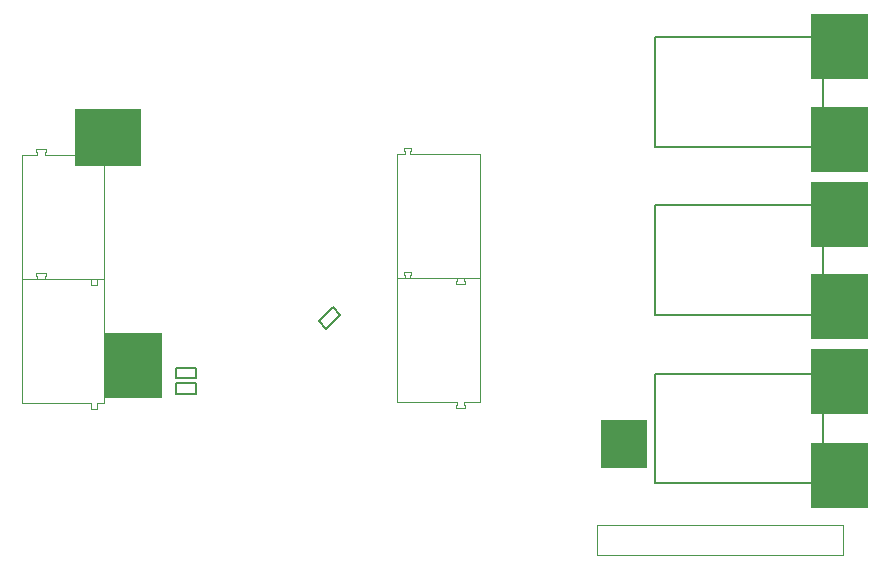
<source format=gbr>
%TF.GenerationSoftware,Altium Limited,Altium Designer,21.6.4 (81)*%
G04 Layer_Color=32896*
%FSLAX43Y43*%
%MOMM*%
%TF.SameCoordinates,EF7AACBD-433E-4B6D-8733-A8E214C0EB56*%
%TF.FilePolarity,Positive*%
%TF.FileFunction,Other,Top_3D_Body*%
%TF.Part,Single*%
G01*
G75*
%TA.AperFunction,NonConductor*%
%ADD58C,0.100*%
%ADD60C,0.200*%
G36*
X83896Y48689D02*
X79070D01*
Y54208D01*
X83896D01*
Y48689D01*
D02*
G37*
G36*
X22318Y41300D02*
X16798D01*
Y46126D01*
X22318D01*
Y41300D01*
D02*
G37*
G36*
X83896Y40776D02*
X79070D01*
Y46295D01*
X83896D01*
Y40776D01*
D02*
G37*
G36*
X83922Y34465D02*
X79096D01*
Y39984D01*
X83922D01*
Y34465D01*
D02*
G37*
G36*
Y26679D02*
X79096D01*
Y32198D01*
X83922D01*
Y26679D01*
D02*
G37*
G36*
X24155Y21650D02*
X19329D01*
Y27169D01*
X24155D01*
Y21650D01*
D02*
G37*
G36*
X83871Y20329D02*
X79045D01*
Y25848D01*
X83871D01*
Y20329D01*
D02*
G37*
G36*
X65225Y15748D02*
X61318D01*
Y19761D01*
X65225D01*
Y15748D01*
D02*
G37*
G36*
X83896Y12353D02*
X79070D01*
Y17873D01*
X83896D01*
Y12353D01*
D02*
G37*
D58*
X12250Y21242D02*
X18150D01*
X18600D02*
X19250D01*
X18100Y20742D02*
X18650D01*
X18600Y21242D02*
X18649Y20742D01*
X18101D02*
X18150Y21242D01*
X19250D02*
Y31742D01*
X12250D02*
X13550D01*
X12250Y21242D02*
Y31742D01*
X13471Y32242D02*
X14270D01*
X13471D02*
X13550Y31742D01*
X14200D02*
X19250D01*
X14200Y31741D02*
X14270Y32242D01*
X60989Y8377D02*
Y10877D01*
Y8377D02*
X81809D01*
Y10877D01*
X60989D02*
X81809D01*
X12250Y31758D02*
X18150D01*
X18600D02*
X19250D01*
X18100Y31258D02*
X18650D01*
X18600Y31758D02*
X18649Y31258D01*
X18101D02*
X18150Y31758D01*
X19250D02*
Y42258D01*
X12250D02*
X13550D01*
X12250Y31758D02*
Y42258D01*
X13471Y42758D02*
X14270D01*
X13471D02*
X13550Y42258D01*
X14200D02*
X19250D01*
X14200Y42257D02*
X14270Y42758D01*
X45122Y42309D02*
X51022D01*
X44022D02*
X44672D01*
X44622Y42809D02*
X45172D01*
X44623Y42809D02*
X44672Y42309D01*
X45122D02*
X45171Y42809D01*
X44022Y31809D02*
Y42309D01*
X49722Y31809D02*
X51022D01*
Y42309D01*
X49002Y31309D02*
X49800D01*
X49722Y31809D02*
X49800Y31309D01*
X44022Y31809D02*
X49072D01*
X49002Y31309D02*
X49071Y31810D01*
X45123Y31793D02*
X51023D01*
X44023D02*
X44673D01*
X44623Y32293D02*
X45173D01*
X44624Y32293D02*
X44673Y31793D01*
X45123D02*
X45172Y32293D01*
X44023Y21293D02*
Y31793D01*
X49723Y21293D02*
X51023D01*
Y31793D01*
X49003Y20793D02*
X49802D01*
X49723Y21293D02*
X49802Y20793D01*
X44023Y21293D02*
X49073D01*
X49003Y20793D02*
X49073Y21294D01*
D60*
X25273Y24224D02*
X26973D01*
Y23324D02*
Y24224D01*
X25273Y23324D02*
X26973D01*
X25273D02*
Y24224D01*
X37384Y28140D02*
X38586Y29342D01*
X39222Y28705D01*
X38020Y27503D02*
X39222Y28705D01*
X37384Y28140D02*
X38020Y27503D01*
X65824Y37970D02*
X80124D01*
Y28670D02*
Y37970D01*
X65824Y28670D02*
X80124D01*
X65824D02*
Y37970D01*
Y42894D02*
Y52194D01*
Y42894D02*
X80124D01*
Y52194D01*
X65824D02*
X80124D01*
X25273Y22029D02*
Y22929D01*
Y22029D02*
X26973D01*
Y22929D01*
X25273D02*
X26973D01*
X65824Y14430D02*
Y23730D01*
Y14430D02*
X80124D01*
Y23730D01*
X65824D02*
X80124D01*
%TF.MD5,10b808e63ca90f129fa22e393a7f513f*%
M02*

</source>
